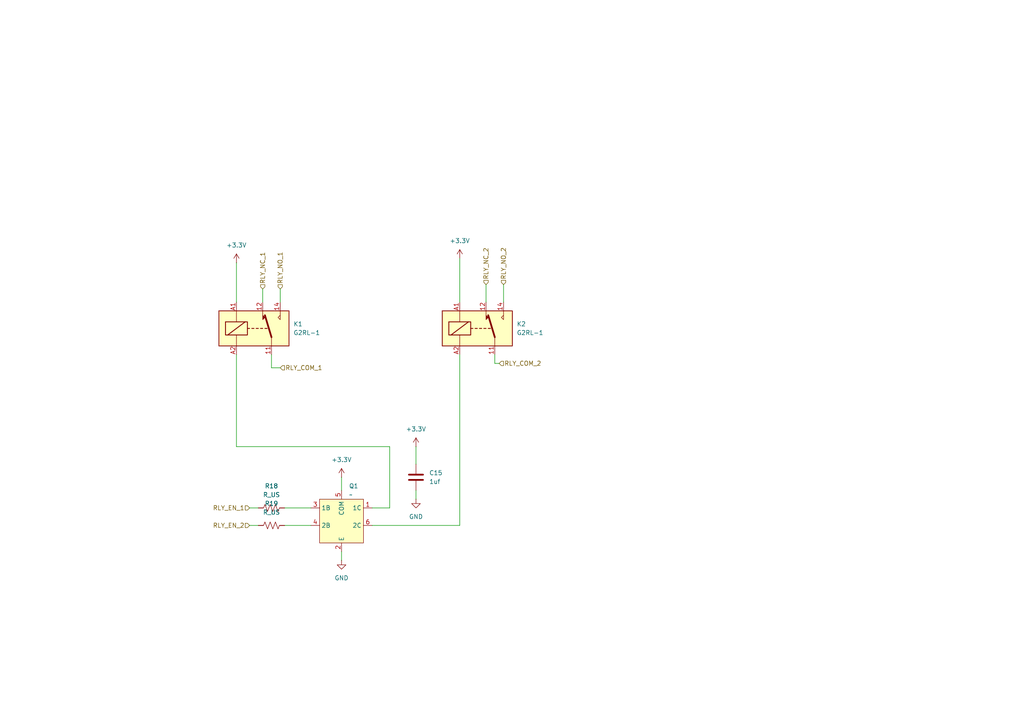
<source format=kicad_sch>
(kicad_sch
	(version 20250114)
	(generator "eeschema")
	(generator_version "9.0")
	(uuid "c5dbbfdd-168b-481a-a1b0-feb35521f3b0")
	(paper "A4")
	(lib_symbols
		(symbol "Device:C"
			(pin_numbers
				(hide yes)
			)
			(pin_names
				(offset 0.254)
			)
			(exclude_from_sim no)
			(in_bom yes)
			(on_board yes)
			(property "Reference" "C"
				(at 0.635 2.54 0)
				(effects
					(font
						(size 1.27 1.27)
					)
					(justify left)
				)
			)
			(property "Value" "C"
				(at 0.635 -2.54 0)
				(effects
					(font
						(size 1.27 1.27)
					)
					(justify left)
				)
			)
			(property "Footprint" ""
				(at 0.9652 -3.81 0)
				(effects
					(font
						(size 1.27 1.27)
					)
					(hide yes)
				)
			)
			(property "Datasheet" "~"
				(at 0 0 0)
				(effects
					(font
						(size 1.27 1.27)
					)
					(hide yes)
				)
			)
			(property "Description" "Unpolarized capacitor"
				(at 0 0 0)
				(effects
					(font
						(size 1.27 1.27)
					)
					(hide yes)
				)
			)
			(property "ki_keywords" "cap capacitor"
				(at 0 0 0)
				(effects
					(font
						(size 1.27 1.27)
					)
					(hide yes)
				)
			)
			(property "ki_fp_filters" "C_*"
				(at 0 0 0)
				(effects
					(font
						(size 1.27 1.27)
					)
					(hide yes)
				)
			)
			(symbol "C_0_1"
				(polyline
					(pts
						(xy -2.032 0.762) (xy 2.032 0.762)
					)
					(stroke
						(width 0.508)
						(type default)
					)
					(fill
						(type none)
					)
				)
				(polyline
					(pts
						(xy -2.032 -0.762) (xy 2.032 -0.762)
					)
					(stroke
						(width 0.508)
						(type default)
					)
					(fill
						(type none)
					)
				)
			)
			(symbol "C_1_1"
				(pin passive line
					(at 0 3.81 270)
					(length 2.794)
					(name "~"
						(effects
							(font
								(size 1.27 1.27)
							)
						)
					)
					(number "1"
						(effects
							(font
								(size 1.27 1.27)
							)
						)
					)
				)
				(pin passive line
					(at 0 -3.81 90)
					(length 2.794)
					(name "~"
						(effects
							(font
								(size 1.27 1.27)
							)
						)
					)
					(number "2"
						(effects
							(font
								(size 1.27 1.27)
							)
						)
					)
				)
			)
			(embedded_fonts no)
		)
		(symbol "Device:R_US"
			(pin_numbers
				(hide yes)
			)
			(pin_names
				(offset 0)
			)
			(exclude_from_sim no)
			(in_bom yes)
			(on_board yes)
			(property "Reference" "R"
				(at 2.54 0 90)
				(effects
					(font
						(size 1.27 1.27)
					)
				)
			)
			(property "Value" "R_US"
				(at -2.54 0 90)
				(effects
					(font
						(size 1.27 1.27)
					)
				)
			)
			(property "Footprint" ""
				(at 1.016 -0.254 90)
				(effects
					(font
						(size 1.27 1.27)
					)
					(hide yes)
				)
			)
			(property "Datasheet" "~"
				(at 0 0 0)
				(effects
					(font
						(size 1.27 1.27)
					)
					(hide yes)
				)
			)
			(property "Description" "Resistor, US symbol"
				(at 0 0 0)
				(effects
					(font
						(size 1.27 1.27)
					)
					(hide yes)
				)
			)
			(property "ki_keywords" "R res resistor"
				(at 0 0 0)
				(effects
					(font
						(size 1.27 1.27)
					)
					(hide yes)
				)
			)
			(property "ki_fp_filters" "R_*"
				(at 0 0 0)
				(effects
					(font
						(size 1.27 1.27)
					)
					(hide yes)
				)
			)
			(symbol "R_US_0_1"
				(polyline
					(pts
						(xy 0 2.286) (xy 0 2.54)
					)
					(stroke
						(width 0)
						(type default)
					)
					(fill
						(type none)
					)
				)
				(polyline
					(pts
						(xy 0 2.286) (xy 1.016 1.905) (xy 0 1.524) (xy -1.016 1.143) (xy 0 0.762)
					)
					(stroke
						(width 0)
						(type default)
					)
					(fill
						(type none)
					)
				)
				(polyline
					(pts
						(xy 0 0.762) (xy 1.016 0.381) (xy 0 0) (xy -1.016 -0.381) (xy 0 -0.762)
					)
					(stroke
						(width 0)
						(type default)
					)
					(fill
						(type none)
					)
				)
				(polyline
					(pts
						(xy 0 -0.762) (xy 1.016 -1.143) (xy 0 -1.524) (xy -1.016 -1.905) (xy 0 -2.286)
					)
					(stroke
						(width 0)
						(type default)
					)
					(fill
						(type none)
					)
				)
				(polyline
					(pts
						(xy 0 -2.286) (xy 0 -2.54)
					)
					(stroke
						(width 0)
						(type default)
					)
					(fill
						(type none)
					)
				)
			)
			(symbol "R_US_1_1"
				(pin passive line
					(at 0 3.81 270)
					(length 1.27)
					(name "~"
						(effects
							(font
								(size 1.27 1.27)
							)
						)
					)
					(number "1"
						(effects
							(font
								(size 1.27 1.27)
							)
						)
					)
				)
				(pin passive line
					(at 0 -3.81 90)
					(length 1.27)
					(name "~"
						(effects
							(font
								(size 1.27 1.27)
							)
						)
					)
					(number "2"
						(effects
							(font
								(size 1.27 1.27)
							)
						)
					)
				)
			)
			(embedded_fonts no)
		)
		(symbol "Relay:G2RL-1"
			(exclude_from_sim no)
			(in_bom yes)
			(on_board yes)
			(property "Reference" "K"
				(at 11.43 3.81 0)
				(effects
					(font
						(size 1.27 1.27)
					)
					(justify left)
				)
			)
			(property "Value" "G2RL-1"
				(at 11.43 1.27 0)
				(effects
					(font
						(size 1.27 1.27)
					)
					(justify left)
				)
			)
			(property "Footprint" "Relay_THT:Relay_SPDT_Omron_G2RL-1"
				(at 11.43 -1.27 0)
				(effects
					(font
						(size 1.27 1.27)
					)
					(justify left)
					(hide yes)
				)
			)
			(property "Datasheet" "https://omronfs.omron.com/en_US/ecb/products/pdf/en-g2rl.pdf"
				(at 0 0 0)
				(effects
					(font
						(size 1.27 1.27)
					)
					(hide yes)
				)
			)
			(property "Description" "General Purpose Low Profile Relay SPDT Through Hole, Omron G2RL series, 12A 250VAC"
				(at 0 0 0)
				(effects
					(font
						(size 1.27 1.27)
					)
					(hide yes)
				)
			)
			(property "ki_keywords" "Single Pole Relay SPDT Omron"
				(at 0 0 0)
				(effects
					(font
						(size 1.27 1.27)
					)
					(hide yes)
				)
			)
			(property "ki_fp_filters" "Relay?SPDT?Omron?G2RL*"
				(at 0 0 0)
				(effects
					(font
						(size 1.27 1.27)
					)
					(hide yes)
				)
			)
			(symbol "G2RL-1_0_0"
				(polyline
					(pts
						(xy 7.62 5.08) (xy 7.62 2.54) (xy 6.985 3.175) (xy 7.62 3.81)
					)
					(stroke
						(width 0)
						(type default)
					)
					(fill
						(type none)
					)
				)
			)
			(symbol "G2RL-1_0_1"
				(rectangle
					(start -10.16 5.08)
					(end 10.16 -5.08)
					(stroke
						(width 0.254)
						(type default)
					)
					(fill
						(type background)
					)
				)
				(rectangle
					(start -8.255 1.905)
					(end -1.905 -1.905)
					(stroke
						(width 0.254)
						(type default)
					)
					(fill
						(type none)
					)
				)
				(polyline
					(pts
						(xy -7.62 -1.905) (xy -2.54 1.905)
					)
					(stroke
						(width 0.254)
						(type default)
					)
					(fill
						(type none)
					)
				)
				(polyline
					(pts
						(xy -5.08 5.08) (xy -5.08 1.905)
					)
					(stroke
						(width 0)
						(type default)
					)
					(fill
						(type none)
					)
				)
				(polyline
					(pts
						(xy -5.08 -5.08) (xy -5.08 -1.905)
					)
					(stroke
						(width 0)
						(type default)
					)
					(fill
						(type none)
					)
				)
				(polyline
					(pts
						(xy -1.905 0) (xy -1.27 0)
					)
					(stroke
						(width 0.254)
						(type default)
					)
					(fill
						(type none)
					)
				)
				(polyline
					(pts
						(xy -0.635 0) (xy 0 0)
					)
					(stroke
						(width 0.254)
						(type default)
					)
					(fill
						(type none)
					)
				)
				(polyline
					(pts
						(xy 0.635 0) (xy 1.27 0)
					)
					(stroke
						(width 0.254)
						(type default)
					)
					(fill
						(type none)
					)
				)
				(polyline
					(pts
						(xy 1.905 0) (xy 2.54 0)
					)
					(stroke
						(width 0.254)
						(type default)
					)
					(fill
						(type none)
					)
				)
				(polyline
					(pts
						(xy 2.54 5.08) (xy 2.54 2.54) (xy 3.175 3.175) (xy 2.54 3.81)
					)
					(stroke
						(width 0)
						(type default)
					)
					(fill
						(type outline)
					)
				)
				(polyline
					(pts
						(xy 3.175 0) (xy 3.81 0)
					)
					(stroke
						(width 0.254)
						(type default)
					)
					(fill
						(type none)
					)
				)
				(polyline
					(pts
						(xy 5.08 -2.54) (xy 3.175 3.81)
					)
					(stroke
						(width 0.508)
						(type default)
					)
					(fill
						(type none)
					)
				)
				(polyline
					(pts
						(xy 5.08 -2.54) (xy 5.08 -5.08)
					)
					(stroke
						(width 0)
						(type default)
					)
					(fill
						(type none)
					)
				)
			)
			(symbol "G2RL-1_1_1"
				(pin passive line
					(at -5.08 7.62 270)
					(length 2.54)
					(name "~"
						(effects
							(font
								(size 1.27 1.27)
							)
						)
					)
					(number "A1"
						(effects
							(font
								(size 1.27 1.27)
							)
						)
					)
				)
				(pin passive line
					(at -5.08 -7.62 90)
					(length 2.54)
					(name "~"
						(effects
							(font
								(size 1.27 1.27)
							)
						)
					)
					(number "A2"
						(effects
							(font
								(size 1.27 1.27)
							)
						)
					)
				)
				(pin passive line
					(at 2.54 7.62 270)
					(length 2.54)
					(name "~"
						(effects
							(font
								(size 1.27 1.27)
							)
						)
					)
					(number "12"
						(effects
							(font
								(size 1.27 1.27)
							)
						)
					)
				)
				(pin passive line
					(at 5.08 -7.62 90)
					(length 2.54)
					(name "~"
						(effects
							(font
								(size 1.27 1.27)
							)
						)
					)
					(number "11"
						(effects
							(font
								(size 1.27 1.27)
							)
						)
					)
				)
				(pin passive line
					(at 7.62 7.62 270)
					(length 2.54)
					(name "~"
						(effects
							(font
								(size 1.27 1.27)
							)
						)
					)
					(number "14"
						(effects
							(font
								(size 1.27 1.27)
							)
						)
					)
				)
			)
			(embedded_fonts no)
		)
		(symbol "Riqi_Parts:LANKE LK1802"
			(exclude_from_sim no)
			(in_bom yes)
			(on_board yes)
			(property "Reference" "Q2"
				(at 5.9533 1.27 0)
				(effects
					(font
						(size 1.27 1.27)
					)
					(justify left)
				)
			)
			(property "Value" "~"
				(at 5.9533 -1.27 0)
				(effects
					(font
						(size 1.27 1.27)
					)
					(justify left)
				)
			)
			(property "Footprint" ""
				(at 0 0 0)
				(effects
					(font
						(size 1.27 1.27)
					)
					(hide yes)
				)
			)
			(property "Datasheet" ""
				(at 0 0 0)
				(effects
					(font
						(size 1.27 1.27)
					)
					(hide yes)
				)
			)
			(property "Description" ""
				(at 0 0 0)
				(effects
					(font
						(size 1.27 1.27)
					)
					(hide yes)
				)
			)
			(property "LCSC#" "C2984831"
				(at 0 0 0)
				(effects
					(font
						(size 1.27 1.27)
					)
					(hide yes)
				)
			)
			(property "ki_locked" ""
				(at 0 0 0)
				(effects
					(font
						(size 1.27 1.27)
					)
				)
			)
			(symbol "LANKE LK1802_1_1"
				(rectangle
					(start -2.54 -2.54)
					(end 10.16 -15.24)
					(stroke
						(width 0)
						(type solid)
					)
					(fill
						(type background)
					)
				)
				(pin input line
					(at -5.08 -5.08 0)
					(length 2.54)
					(name "1B"
						(effects
							(font
								(size 1.27 1.27)
							)
						)
					)
					(number "3"
						(effects
							(font
								(size 1.27 1.27)
							)
						)
					)
				)
				(pin input line
					(at -5.08 -10.16 0)
					(length 2.54)
					(name "2B"
						(effects
							(font
								(size 1.27 1.27)
							)
						)
					)
					(number "4"
						(effects
							(font
								(size 1.27 1.27)
							)
						)
					)
				)
				(pin passive line
					(at 3.81 0 270)
					(length 2.54)
					(name "COM"
						(effects
							(font
								(size 1.27 1.27)
							)
						)
					)
					(number "5"
						(effects
							(font
								(size 1.27 1.27)
							)
						)
					)
				)
				(pin passive line
					(at 3.81 -17.78 90)
					(length 2.54)
					(name "E"
						(effects
							(font
								(size 1.27 1.27)
							)
						)
					)
					(number "2"
						(effects
							(font
								(size 1.27 1.27)
							)
						)
					)
				)
				(pin open_collector line
					(at 12.7 -5.08 180)
					(length 2.54)
					(name "1C"
						(effects
							(font
								(size 1.27 1.27)
							)
						)
					)
					(number "1"
						(effects
							(font
								(size 1.27 1.27)
							)
						)
					)
				)
				(pin open_collector line
					(at 12.7 -10.16 180)
					(length 2.54)
					(name "2C"
						(effects
							(font
								(size 1.27 1.27)
							)
						)
					)
					(number "6"
						(effects
							(font
								(size 1.27 1.27)
							)
						)
					)
				)
			)
			(embedded_fonts no)
		)
		(symbol "power:+3.3V"
			(power)
			(pin_numbers
				(hide yes)
			)
			(pin_names
				(offset 0)
				(hide yes)
			)
			(exclude_from_sim no)
			(in_bom yes)
			(on_board yes)
			(property "Reference" "#PWR"
				(at 0 -3.81 0)
				(effects
					(font
						(size 1.27 1.27)
					)
					(hide yes)
				)
			)
			(property "Value" "+3.3V"
				(at 0 3.556 0)
				(effects
					(font
						(size 1.27 1.27)
					)
				)
			)
			(property "Footprint" ""
				(at 0 0 0)
				(effects
					(font
						(size 1.27 1.27)
					)
					(hide yes)
				)
			)
			(property "Datasheet" ""
				(at 0 0 0)
				(effects
					(font
						(size 1.27 1.27)
					)
					(hide yes)
				)
			)
			(property "Description" "Power symbol creates a global label with name \"+3.3V\""
				(at 0 0 0)
				(effects
					(font
						(size 1.27 1.27)
					)
					(hide yes)
				)
			)
			(property "ki_keywords" "global power"
				(at 0 0 0)
				(effects
					(font
						(size 1.27 1.27)
					)
					(hide yes)
				)
			)
			(symbol "+3.3V_0_1"
				(polyline
					(pts
						(xy -0.762 1.27) (xy 0 2.54)
					)
					(stroke
						(width 0)
						(type default)
					)
					(fill
						(type none)
					)
				)
				(polyline
					(pts
						(xy 0 2.54) (xy 0.762 1.27)
					)
					(stroke
						(width 0)
						(type default)
					)
					(fill
						(type none)
					)
				)
				(polyline
					(pts
						(xy 0 0) (xy 0 2.54)
					)
					(stroke
						(width 0)
						(type default)
					)
					(fill
						(type none)
					)
				)
			)
			(symbol "+3.3V_1_1"
				(pin power_in line
					(at 0 0 90)
					(length 0)
					(name "~"
						(effects
							(font
								(size 1.27 1.27)
							)
						)
					)
					(number "1"
						(effects
							(font
								(size 1.27 1.27)
							)
						)
					)
				)
			)
			(embedded_fonts no)
		)
		(symbol "power:GND"
			(power)
			(pin_numbers
				(hide yes)
			)
			(pin_names
				(offset 0)
				(hide yes)
			)
			(exclude_from_sim no)
			(in_bom yes)
			(on_board yes)
			(property "Reference" "#PWR"
				(at 0 -6.35 0)
				(effects
					(font
						(size 1.27 1.27)
					)
					(hide yes)
				)
			)
			(property "Value" "GND"
				(at 0 -3.81 0)
				(effects
					(font
						(size 1.27 1.27)
					)
				)
			)
			(property "Footprint" ""
				(at 0 0 0)
				(effects
					(font
						(size 1.27 1.27)
					)
					(hide yes)
				)
			)
			(property "Datasheet" ""
				(at 0 0 0)
				(effects
					(font
						(size 1.27 1.27)
					)
					(hide yes)
				)
			)
			(property "Description" "Power symbol creates a global label with name \"GND\" , ground"
				(at 0 0 0)
				(effects
					(font
						(size 1.27 1.27)
					)
					(hide yes)
				)
			)
			(property "ki_keywords" "global power"
				(at 0 0 0)
				(effects
					(font
						(size 1.27 1.27)
					)
					(hide yes)
				)
			)
			(symbol "GND_0_1"
				(polyline
					(pts
						(xy 0 0) (xy 0 -1.27) (xy 1.27 -1.27) (xy 0 -2.54) (xy -1.27 -1.27) (xy 0 -1.27)
					)
					(stroke
						(width 0)
						(type default)
					)
					(fill
						(type none)
					)
				)
			)
			(symbol "GND_1_1"
				(pin power_in line
					(at 0 0 270)
					(length 0)
					(name "~"
						(effects
							(font
								(size 1.27 1.27)
							)
						)
					)
					(number "1"
						(effects
							(font
								(size 1.27 1.27)
							)
						)
					)
				)
			)
			(embedded_fonts no)
		)
	)
	(wire
		(pts
			(xy 82.55 152.4) (xy 90.17 152.4)
		)
		(stroke
			(width 0)
			(type default)
		)
		(uuid "2112468c-c0af-46b0-a21e-1b4f5a0b27b1")
	)
	(wire
		(pts
			(xy 143.51 105.41) (xy 144.78 105.41)
		)
		(stroke
			(width 0)
			(type default)
		)
		(uuid "3fd48dfb-34da-42da-9782-a32daa6c1a4b")
	)
	(wire
		(pts
			(xy 99.06 160.02) (xy 99.06 162.56)
		)
		(stroke
			(width 0)
			(type default)
		)
		(uuid "4301ac61-bee0-4f68-8e21-00d7a816fce0")
	)
	(wire
		(pts
			(xy 99.06 138.43) (xy 99.06 142.24)
		)
		(stroke
			(width 0)
			(type default)
		)
		(uuid "493d1404-23ec-42fd-8e1f-2f3e19a4cfe6")
	)
	(wire
		(pts
			(xy 107.95 152.4) (xy 133.35 152.4)
		)
		(stroke
			(width 0)
			(type default)
		)
		(uuid "526c2179-c1c7-4803-b5d0-735b7f3def7b")
	)
	(wire
		(pts
			(xy 82.55 147.32) (xy 90.17 147.32)
		)
		(stroke
			(width 0)
			(type default)
		)
		(uuid "5406382a-cdbb-489c-acdc-e6e13fedd219")
	)
	(wire
		(pts
			(xy 107.95 147.32) (xy 113.03 147.32)
		)
		(stroke
			(width 0)
			(type default)
		)
		(uuid "59ed4dd8-a9e1-4aa9-b598-dbfac643da27")
	)
	(wire
		(pts
			(xy 143.51 102.87) (xy 143.51 105.41)
		)
		(stroke
			(width 0)
			(type default)
		)
		(uuid "69c2b32e-953e-48b9-863e-642aee02177d")
	)
	(wire
		(pts
			(xy 133.35 102.87) (xy 133.35 152.4)
		)
		(stroke
			(width 0)
			(type default)
		)
		(uuid "6aeb343a-3036-485a-bb84-57cacb683b9a")
	)
	(wire
		(pts
			(xy 140.97 82.55) (xy 140.97 87.63)
		)
		(stroke
			(width 0)
			(type default)
		)
		(uuid "92f3df2b-c3e0-4e9d-9da7-bfea890cef47")
	)
	(wire
		(pts
			(xy 72.39 152.4) (xy 74.93 152.4)
		)
		(stroke
			(width 0)
			(type default)
		)
		(uuid "9aa4da42-7734-43a7-8791-ceee9c587709")
	)
	(wire
		(pts
			(xy 68.58 102.87) (xy 68.58 129.54)
		)
		(stroke
			(width 0)
			(type default)
		)
		(uuid "9b3c0ca8-cda6-408c-ab22-67fff49efbac")
	)
	(wire
		(pts
			(xy 78.74 102.87) (xy 78.74 106.68)
		)
		(stroke
			(width 0)
			(type default)
		)
		(uuid "a3557316-089a-4c8d-b532-e96f918049b5")
	)
	(wire
		(pts
			(xy 133.35 74.93) (xy 133.35 87.63)
		)
		(stroke
			(width 0)
			(type default)
		)
		(uuid "a4cfb1aa-0286-4ed7-9e74-6b967ed94fcf")
	)
	(wire
		(pts
			(xy 120.65 129.54) (xy 120.65 134.62)
		)
		(stroke
			(width 0)
			(type default)
		)
		(uuid "a6f6363e-bffc-413a-aa9a-6c6f48834706")
	)
	(wire
		(pts
			(xy 78.74 106.68) (xy 81.28 106.68)
		)
		(stroke
			(width 0)
			(type default)
		)
		(uuid "aaabf97a-1c9e-4580-b6cf-de7233ff6711")
	)
	(wire
		(pts
			(xy 72.39 147.32) (xy 74.93 147.32)
		)
		(stroke
			(width 0)
			(type default)
		)
		(uuid "b41651d5-b3c8-40b6-b56f-7582dc2915d3")
	)
	(wire
		(pts
			(xy 113.03 129.54) (xy 68.58 129.54)
		)
		(stroke
			(width 0)
			(type default)
		)
		(uuid "bd6981e9-c072-42bb-80d4-0e66d04a5fcc")
	)
	(wire
		(pts
			(xy 120.65 142.24) (xy 120.65 144.78)
		)
		(stroke
			(width 0)
			(type default)
		)
		(uuid "c930ad2e-3cac-40d6-8482-8d29c019d180")
	)
	(wire
		(pts
			(xy 68.58 76.2) (xy 68.58 87.63)
		)
		(stroke
			(width 0)
			(type default)
		)
		(uuid "d615ea05-44df-4f97-b865-1ba88a0002d4")
	)
	(wire
		(pts
			(xy 146.05 82.55) (xy 146.05 87.63)
		)
		(stroke
			(width 0)
			(type default)
		)
		(uuid "e955147e-84cb-4c1f-84a9-ee33f49f1882")
	)
	(wire
		(pts
			(xy 81.28 83.82) (xy 81.28 87.63)
		)
		(stroke
			(width 0)
			(type default)
		)
		(uuid "ec099eca-e731-4e64-9e05-b1d647784a1b")
	)
	(wire
		(pts
			(xy 76.2 83.82) (xy 76.2 87.63)
		)
		(stroke
			(width 0)
			(type default)
		)
		(uuid "f3ad99ca-ccc8-451a-aa1c-c9de8261fc12")
	)
	(wire
		(pts
			(xy 113.03 147.32) (xy 113.03 129.54)
		)
		(stroke
			(width 0)
			(type default)
		)
		(uuid "f732b89c-5f1e-4020-8c62-a3955e3155d8")
	)
	(hierarchical_label "RLY_NO_2"
		(shape input)
		(at 146.05 82.55 90)
		(effects
			(font
				(size 1.27 1.27)
			)
			(justify left)
		)
		(uuid "08131f96-7a16-4756-b669-bbe4b72bdfba")
	)
	(hierarchical_label "RLY_COM_2"
		(shape input)
		(at 144.78 105.41 0)
		(effects
			(font
				(size 1.27 1.27)
			)
			(justify left)
		)
		(uuid "261ad91a-79d7-428f-87b2-6ab58cd7d8e0")
	)
	(hierarchical_label "RLY_COM_1"
		(shape input)
		(at 81.28 106.68 0)
		(effects
			(font
				(size 1.27 1.27)
			)
			(justify left)
		)
		(uuid "3d2e442a-827c-412a-a826-f09b87b1e894")
	)
	(hierarchical_label "RLY_NO_1"
		(shape input)
		(at 81.28 83.82 90)
		(effects
			(font
				(size 1.27 1.27)
			)
			(justify left)
		)
		(uuid "403ee62a-62f9-4f89-9387-f6b56fc18c2c")
	)
	(hierarchical_label "RLY_EN_1"
		(shape input)
		(at 72.39 147.32 180)
		(effects
			(font
				(size 1.27 1.27)
			)
			(justify right)
		)
		(uuid "433a5608-4b70-43ba-bf63-88c6053d8278")
	)
	(hierarchical_label "RLY_NC_1"
		(shape input)
		(at 76.2 83.82 90)
		(effects
			(font
				(size 1.27 1.27)
			)
			(justify left)
		)
		(uuid "7662bb3d-af79-432c-b370-0921fe6fd85a")
	)
	(hierarchical_label "RLY_NC_2"
		(shape input)
		(at 140.97 82.55 90)
		(effects
			(font
				(size 1.27 1.27)
			)
			(justify left)
		)
		(uuid "80196d96-1ec9-4c65-aded-1adda3d9fefe")
	)
	(hierarchical_label "RLY_EN_2"
		(shape input)
		(at 72.39 152.4 180)
		(effects
			(font
				(size 1.27 1.27)
			)
			(justify right)
		)
		(uuid "d5da4bd8-796c-4b24-b818-16a6e9235b50")
	)
	(symbol
		(lib_id "power:+3.3V")
		(at 68.58 76.2 0)
		(unit 1)
		(exclude_from_sim no)
		(in_bom yes)
		(on_board yes)
		(dnp no)
		(fields_autoplaced yes)
		(uuid "347fdd6d-02d1-4f26-8b02-50ce9257e0ff")
		(property "Reference" "#PWR043"
			(at 68.58 80.01 0)
			(effects
				(font
					(size 1.27 1.27)
				)
				(hide yes)
			)
		)
		(property "Value" "+3.3V"
			(at 68.58 71.12 0)
			(effects
				(font
					(size 1.27 1.27)
				)
			)
		)
		(property "Footprint" ""
			(at 68.58 76.2 0)
			(effects
				(font
					(size 1.27 1.27)
				)
				(hide yes)
			)
		)
		(property "Datasheet" ""
			(at 68.58 76.2 0)
			(effects
				(font
					(size 1.27 1.27)
				)
				(hide yes)
			)
		)
		(property "Description" "Power symbol creates a global label with name \"+3.3V\""
			(at 68.58 76.2 0)
			(effects
				(font
					(size 1.27 1.27)
				)
				(hide yes)
			)
		)
		(pin "1"
			(uuid "3a866ae5-9e3f-4eb1-b44a-63b7c0448ae2")
		)
		(instances
			(project "ZorionX-Nivara_V1.4"
				(path "/ae5c9891-8291-492e-8a61-8ac340267b67/d47eca49-96e4-4138-8979-47bb60019f67/9ab4ce65-8581-414e-970a-d59ef8bef45f"
					(reference "#PWR043")
					(unit 1)
				)
			)
		)
	)
	(symbol
		(lib_id "power:+3.3V")
		(at 133.35 74.93 0)
		(unit 1)
		(exclude_from_sim no)
		(in_bom yes)
		(on_board yes)
		(dnp no)
		(fields_autoplaced yes)
		(uuid "5755f028-19ef-4631-8b56-fa46bdb47654")
		(property "Reference" "#PWR046"
			(at 133.35 78.74 0)
			(effects
				(font
					(size 1.27 1.27)
				)
				(hide yes)
			)
		)
		(property "Value" "+3.3V"
			(at 133.35 69.85 0)
			(effects
				(font
					(size 1.27 1.27)
				)
			)
		)
		(property "Footprint" ""
			(at 133.35 74.93 0)
			(effects
				(font
					(size 1.27 1.27)
				)
				(hide yes)
			)
		)
		(property "Datasheet" ""
			(at 133.35 74.93 0)
			(effects
				(font
					(size 1.27 1.27)
				)
				(hide yes)
			)
		)
		(property "Description" "Power symbol creates a global label with name \"+3.3V\""
			(at 133.35 74.93 0)
			(effects
				(font
					(size 1.27 1.27)
				)
				(hide yes)
			)
		)
		(pin "1"
			(uuid "6f070ec0-b816-4cff-9f5f-5de1d3bc3e93")
		)
		(instances
			(project "ZorionX-Nivara_V1.4"
				(path "/ae5c9891-8291-492e-8a61-8ac340267b67/d47eca49-96e4-4138-8979-47bb60019f67/9ab4ce65-8581-414e-970a-d59ef8bef45f"
					(reference "#PWR046")
					(unit 1)
				)
			)
		)
	)
	(symbol
		(lib_id "Device:C")
		(at 120.65 138.43 0)
		(unit 1)
		(exclude_from_sim no)
		(in_bom yes)
		(on_board yes)
		(dnp no)
		(fields_autoplaced yes)
		(uuid "5c5208e6-fd34-4add-a112-373ad6f5c627")
		(property "Reference" "C15"
			(at 124.46 137.1599 0)
			(effects
				(font
					(size 1.27 1.27)
				)
				(justify left)
			)
		)
		(property "Value" "1uf"
			(at 124.46 139.6999 0)
			(effects
				(font
					(size 1.27 1.27)
				)
				(justify left)
			)
		)
		(property "Footprint" "Capacitor_SMD:C_0603_1608Metric"
			(at 121.6152 142.24 0)
			(effects
				(font
					(size 1.27 1.27)
				)
				(hide yes)
			)
		)
		(property "Datasheet" "~"
			(at 120.65 138.43 0)
			(effects
				(font
					(size 1.27 1.27)
				)
				(hide yes)
			)
		)
		(property "Description" "Unpolarized capacitor"
			(at 120.65 138.43 0)
			(effects
				(font
					(size 1.27 1.27)
				)
				(hide yes)
			)
		)
		(pin "2"
			(uuid "49079b6e-ecb2-448c-a1c2-efb3a1e50dc8")
		)
		(pin "1"
			(uuid "d1c42a7d-7af9-4443-962e-25d9eda2eb00")
		)
		(instances
			(project "ZorionX-Nivara_V1.4"
				(path "/ae5c9891-8291-492e-8a61-8ac340267b67/d47eca49-96e4-4138-8979-47bb60019f67/9ab4ce65-8581-414e-970a-d59ef8bef45f"
					(reference "C15")
					(unit 1)
				)
			)
		)
	)
	(symbol
		(lib_id "power:GND")
		(at 120.65 144.78 0)
		(unit 1)
		(exclude_from_sim no)
		(in_bom yes)
		(on_board yes)
		(dnp no)
		(fields_autoplaced yes)
		(uuid "72c5e641-d4b4-41f1-9ea8-77b97c2ca70c")
		(property "Reference" "#PWR077"
			(at 120.65 151.13 0)
			(effects
				(font
					(size 1.27 1.27)
				)
				(hide yes)
			)
		)
		(property "Value" "GND"
			(at 120.65 149.86 0)
			(effects
				(font
					(size 1.27 1.27)
				)
			)
		)
		(property "Footprint" ""
			(at 120.65 144.78 0)
			(effects
				(font
					(size 1.27 1.27)
				)
				(hide yes)
			)
		)
		(property "Datasheet" ""
			(at 120.65 144.78 0)
			(effects
				(font
					(size 1.27 1.27)
				)
				(hide yes)
			)
		)
		(property "Description" "Power symbol creates a global label with name \"GND\" , ground"
			(at 120.65 144.78 0)
			(effects
				(font
					(size 1.27 1.27)
				)
				(hide yes)
			)
		)
		(pin "1"
			(uuid "fa4ece86-f1e0-4f76-974d-3d10d4ee3665")
		)
		(instances
			(project "ZorionX-Nivara_V1.4"
				(path "/ae5c9891-8291-492e-8a61-8ac340267b67/d47eca49-96e4-4138-8979-47bb60019f67/9ab4ce65-8581-414e-970a-d59ef8bef45f"
					(reference "#PWR077")
					(unit 1)
				)
			)
		)
	)
	(symbol
		(lib_id "power:+3.3V")
		(at 120.65 129.54 0)
		(unit 1)
		(exclude_from_sim no)
		(in_bom yes)
		(on_board yes)
		(dnp no)
		(fields_autoplaced yes)
		(uuid "7e52f49a-24e6-4031-8212-a9835c085699")
		(property "Reference" "#PWR078"
			(at 120.65 133.35 0)
			(effects
				(font
					(size 1.27 1.27)
				)
				(hide yes)
			)
		)
		(property "Value" "+3.3V"
			(at 120.65 124.46 0)
			(effects
				(font
					(size 1.27 1.27)
				)
			)
		)
		(property "Footprint" ""
			(at 120.65 129.54 0)
			(effects
				(font
					(size 1.27 1.27)
				)
				(hide yes)
			)
		)
		(property "Datasheet" ""
			(at 120.65 129.54 0)
			(effects
				(font
					(size 1.27 1.27)
				)
				(hide yes)
			)
		)
		(property "Description" "Power symbol creates a global label with name \"+3.3V\""
			(at 120.65 129.54 0)
			(effects
				(font
					(size 1.27 1.27)
				)
				(hide yes)
			)
		)
		(pin "1"
			(uuid "7d25c459-bd7d-4c17-b872-237b4f3fa172")
		)
		(instances
			(project "ZorionX-Nivara_V1.4"
				(path "/ae5c9891-8291-492e-8a61-8ac340267b67/d47eca49-96e4-4138-8979-47bb60019f67/9ab4ce65-8581-414e-970a-d59ef8bef45f"
					(reference "#PWR078")
					(unit 1)
				)
			)
		)
	)
	(symbol
		(lib_id "Riqi_Parts:LANKE LK1802")
		(at 95.25 142.24 0)
		(unit 1)
		(exclude_from_sim no)
		(in_bom yes)
		(on_board yes)
		(dnp no)
		(fields_autoplaced yes)
		(uuid "91a3940d-12c0-487a-a3be-50778c8c669f")
		(property "Reference" "Q1"
			(at 101.2033 140.97 0)
			(effects
				(font
					(size 1.27 1.27)
				)
				(justify left)
			)
		)
		(property "Value" "~"
			(at 101.2033 143.51 0)
			(effects
				(font
					(size 1.27 1.27)
				)
				(justify left)
			)
		)
		(property "Footprint" "Package_TO_SOT_SMD:TSOT-23-6"
			(at 95.25 142.24 0)
			(effects
				(font
					(size 1.27 1.27)
				)
				(hide yes)
			)
		)
		(property "Datasheet" ""
			(at 95.25 142.24 0)
			(effects
				(font
					(size 1.27 1.27)
				)
				(hide yes)
			)
		)
		(property "Description" ""
			(at 95.25 142.24 0)
			(effects
				(font
					(size 1.27 1.27)
				)
				(hide yes)
			)
		)
		(property "LCSC#" "C2984831"
			(at 95.25 142.24 0)
			(effects
				(font
					(size 1.27 1.27)
				)
				(hide yes)
			)
		)
		(pin "4"
			(uuid "7e17b648-965e-429d-aa7b-e51f6e82bf32")
		)
		(pin "5"
			(uuid "b24e93ce-6c87-4bc9-b0ee-3c47214111af")
		)
		(pin "2"
			(uuid "15893fbb-4355-4f49-8550-f388bfeb07fd")
		)
		(pin "1"
			(uuid "39581bde-5a39-4444-9126-a77af5af147e")
		)
		(pin "6"
			(uuid "9a803033-a328-4da6-a467-918f88589c1e")
		)
		(pin "3"
			(uuid "28278381-4638-4834-98f0-0c6bf00ebfa9")
		)
		(instances
			(project "ZorionX-Nivara_V1.4"
				(path "/ae5c9891-8291-492e-8a61-8ac340267b67/d47eca49-96e4-4138-8979-47bb60019f67/9ab4ce65-8581-414e-970a-d59ef8bef45f"
					(reference "Q1")
					(unit 1)
				)
			)
		)
	)
	(symbol
		(lib_id "Device:R_US")
		(at 78.74 152.4 90)
		(unit 1)
		(exclude_from_sim no)
		(in_bom yes)
		(on_board yes)
		(dnp no)
		(fields_autoplaced yes)
		(uuid "b4740bb1-0f5b-4f1f-b40e-e393317d721d")
		(property "Reference" "R19"
			(at 78.74 146.05 90)
			(effects
				(font
					(size 1.27 1.27)
				)
			)
		)
		(property "Value" "R_US"
			(at 78.74 148.59 90)
			(effects
				(font
					(size 1.27 1.27)
				)
			)
		)
		(property "Footprint" "Resistor_SMD:R_0603_1608Metric"
			(at 78.994 151.384 90)
			(effects
				(font
					(size 1.27 1.27)
				)
				(hide yes)
			)
		)
		(property "Datasheet" "~"
			(at 78.74 152.4 0)
			(effects
				(font
					(size 1.27 1.27)
				)
				(hide yes)
			)
		)
		(property "Description" "Resistor, US symbol"
			(at 78.74 152.4 0)
			(effects
				(font
					(size 1.27 1.27)
				)
				(hide yes)
			)
		)
		(pin "1"
			(uuid "d8229e0c-10fe-4893-b409-adaa64286ac7")
		)
		(pin "2"
			(uuid "8490d262-b461-490c-9571-ebd850e56b44")
		)
		(instances
			(project "ZorionX-Nivara"
				(path "/ae5c9891-8291-492e-8a61-8ac340267b67/d47eca49-96e4-4138-8979-47bb60019f67/9ab4ce65-8581-414e-970a-d59ef8bef45f"
					(reference "R19")
					(unit 1)
				)
			)
		)
	)
	(symbol
		(lib_id "power:+3.3V")
		(at 99.06 138.43 0)
		(unit 1)
		(exclude_from_sim no)
		(in_bom yes)
		(on_board yes)
		(dnp no)
		(fields_autoplaced yes)
		(uuid "d961e7b7-7dc0-4010-a7ce-1b299ec84704")
		(property "Reference" "#PWR044"
			(at 99.06 142.24 0)
			(effects
				(font
					(size 1.27 1.27)
				)
				(hide yes)
			)
		)
		(property "Value" "+3.3V"
			(at 99.06 133.35 0)
			(effects
				(font
					(size 1.27 1.27)
				)
			)
		)
		(property "Footprint" ""
			(at 99.06 138.43 0)
			(effects
				(font
					(size 1.27 1.27)
				)
				(hide yes)
			)
		)
		(property "Datasheet" ""
			(at 99.06 138.43 0)
			(effects
				(font
					(size 1.27 1.27)
				)
				(hide yes)
			)
		)
		(property "Description" "Power symbol creates a global label with name \"+3.3V\""
			(at 99.06 138.43 0)
			(effects
				(font
					(size 1.27 1.27)
				)
				(hide yes)
			)
		)
		(pin "1"
			(uuid "93d70e23-cc0d-4711-9d83-435d447c8114")
		)
		(instances
			(project "ZorionX-Nivara_V1.4"
				(path "/ae5c9891-8291-492e-8a61-8ac340267b67/d47eca49-96e4-4138-8979-47bb60019f67/9ab4ce65-8581-414e-970a-d59ef8bef45f"
					(reference "#PWR044")
					(unit 1)
				)
			)
		)
	)
	(symbol
		(lib_id "power:GND")
		(at 99.06 162.56 0)
		(unit 1)
		(exclude_from_sim no)
		(in_bom yes)
		(on_board yes)
		(dnp no)
		(fields_autoplaced yes)
		(uuid "e24a95bd-e29a-4356-a7f0-680d957a3d6e")
		(property "Reference" "#PWR045"
			(at 99.06 168.91 0)
			(effects
				(font
					(size 1.27 1.27)
				)
				(hide yes)
			)
		)
		(property "Value" "GND"
			(at 99.06 167.64 0)
			(effects
				(font
					(size 1.27 1.27)
				)
			)
		)
		(property "Footprint" ""
			(at 99.06 162.56 0)
			(effects
				(font
					(size 1.27 1.27)
				)
				(hide yes)
			)
		)
		(property "Datasheet" ""
			(at 99.06 162.56 0)
			(effects
				(font
					(size 1.27 1.27)
				)
				(hide yes)
			)
		)
		(property "Description" "Power symbol creates a global label with name \"GND\" , ground"
			(at 99.06 162.56 0)
			(effects
				(font
					(size 1.27 1.27)
				)
				(hide yes)
			)
		)
		(pin "1"
			(uuid "5036eb4f-cb47-44c8-a92d-2686ba10a9f5")
		)
		(instances
			(project "ZorionX-Nivara_V1.4"
				(path "/ae5c9891-8291-492e-8a61-8ac340267b67/d47eca49-96e4-4138-8979-47bb60019f67/9ab4ce65-8581-414e-970a-d59ef8bef45f"
					(reference "#PWR045")
					(unit 1)
				)
			)
		)
	)
	(symbol
		(lib_id "Relay:G2RL-1")
		(at 138.43 95.25 0)
		(unit 1)
		(exclude_from_sim no)
		(in_bom yes)
		(on_board yes)
		(dnp no)
		(fields_autoplaced yes)
		(uuid "eb9806e0-b922-423a-be6a-331d69b6bba8")
		(property "Reference" "K2"
			(at 149.86 93.9799 0)
			(effects
				(font
					(size 1.27 1.27)
				)
				(justify left)
			)
		)
		(property "Value" "G2RL-1"
			(at 149.86 96.5199 0)
			(effects
				(font
					(size 1.27 1.27)
				)
				(justify left)
			)
		)
		(property "Footprint" "Relay_THT:Relay_SPDT_Omron_G2RL-1"
			(at 149.86 96.52 0)
			(effects
				(font
					(size 1.27 1.27)
				)
				(justify left)
				(hide yes)
			)
		)
		(property "Datasheet" "https://omronfs.omron.com/en_US/ecb/products/pdf/en-g2rl.pdf"
			(at 138.43 95.25 0)
			(effects
				(font
					(size 1.27 1.27)
				)
				(hide yes)
			)
		)
		(property "Description" "General Purpose Low Profile Relay SPDT Through Hole, Omron G2RL series, 12A 250VAC"
			(at 138.43 95.25 0)
			(effects
				(font
					(size 1.27 1.27)
				)
				(hide yes)
			)
		)
		(pin "A1"
			(uuid "caba3aeb-288d-4e03-8d70-a90e1e932795")
		)
		(pin "11"
			(uuid "5e63fbfb-71e2-4dc3-9497-b08bc394adef")
		)
		(pin "14"
			(uuid "3c46f539-a9de-4b85-a8c8-e79c1b835800")
		)
		(pin "12"
			(uuid "19bbd1b2-ab53-46a4-933e-d1c2f4bf0951")
		)
		(pin "A2"
			(uuid "8bfbb33a-9a22-45bf-8409-083029d1b6d8")
		)
		(instances
			(project "ZorionX-Nivara"
				(path "/ae5c9891-8291-492e-8a61-8ac340267b67/d47eca49-96e4-4138-8979-47bb60019f67/9ab4ce65-8581-414e-970a-d59ef8bef45f"
					(reference "K2")
					(unit 1)
				)
			)
		)
	)
	(symbol
		(lib_id "Relay:G2RL-1")
		(at 73.66 95.25 0)
		(unit 1)
		(exclude_from_sim no)
		(in_bom yes)
		(on_board yes)
		(dnp no)
		(fields_autoplaced yes)
		(uuid "f3121be7-60a0-4a8d-893a-eb1668075199")
		(property "Reference" "K1"
			(at 85.09 93.9799 0)
			(effects
				(font
					(size 1.27 1.27)
				)
				(justify left)
			)
		)
		(property "Value" "G2RL-1"
			(at 85.09 96.5199 0)
			(effects
				(font
					(size 1.27 1.27)
				)
				(justify left)
			)
		)
		(property "Footprint" "Relay_THT:Relay_SPDT_Omron_G2RL-1"
			(at 85.09 96.52 0)
			(effects
				(font
					(size 1.27 1.27)
				)
				(justify left)
				(hide yes)
			)
		)
		(property "Datasheet" "https://omronfs.omron.com/en_US/ecb/products/pdf/en-g2rl.pdf"
			(at 73.66 95.25 0)
			(effects
				(font
					(size 1.27 1.27)
				)
				(hide yes)
			)
		)
		(property "Description" "General Purpose Low Profile Relay SPDT Through Hole, Omron G2RL series, 12A 250VAC"
			(at 73.66 95.25 0)
			(effects
				(font
					(size 1.27 1.27)
				)
				(hide yes)
			)
		)
		(pin "11"
			(uuid "7e1bac1c-e000-4c88-9cb0-fec121f515aa")
		)
		(pin "12"
			(uuid "73fa76a2-7834-491b-be81-a993c7872fc5")
		)
		(pin "A1"
			(uuid "0dd4625e-1f16-4afc-a670-21f1e1d89697")
		)
		(pin "A2"
			(uuid "cd090ed8-3a9c-4620-86a1-8975acde6ae9")
		)
		(pin "14"
			(uuid "926866cf-4a85-4439-8d57-0f371cda5ff3")
		)
		(instances
			(project "ZorionX-Nivara"
				(path "/ae5c9891-8291-492e-8a61-8ac340267b67/d47eca49-96e4-4138-8979-47bb60019f67/9ab4ce65-8581-414e-970a-d59ef8bef45f"
					(reference "K1")
					(unit 1)
				)
			)
		)
	)
	(symbol
		(lib_id "Device:R_US")
		(at 78.74 147.32 90)
		(unit 1)
		(exclude_from_sim no)
		(in_bom yes)
		(on_board yes)
		(dnp no)
		(fields_autoplaced yes)
		(uuid "fc5db63d-a8a4-4605-8284-e2dc5cc3e2ce")
		(property "Reference" "R18"
			(at 78.74 140.97 90)
			(effects
				(font
					(size 1.27 1.27)
				)
			)
		)
		(property "Value" "R_US"
			(at 78.74 143.51 90)
			(effects
				(font
					(size 1.27 1.27)
				)
			)
		)
		(property "Footprint" "Resistor_SMD:R_0603_1608Metric"
			(at 78.994 146.304 90)
			(effects
				(font
					(size 1.27 1.27)
				)
				(hide yes)
			)
		)
		(property "Datasheet" "~"
			(at 78.74 147.32 0)
			(effects
				(font
					(size 1.27 1.27)
				)
				(hide yes)
			)
		)
		(property "Description" "Resistor, US symbol"
			(at 78.74 147.32 0)
			(effects
				(font
					(size 1.27 1.27)
				)
				(hide yes)
			)
		)
		(pin "1"
			(uuid "4e1c830c-f427-4d88-a782-a0f94b6e093d")
		)
		(pin "2"
			(uuid "3a4c2caf-8e40-4236-a5f8-5a8fc10d7d73")
		)
		(instances
			(project "ZorionX-Nivara"
				(path "/ae5c9891-8291-492e-8a61-8ac340267b67/d47eca49-96e4-4138-8979-47bb60019f67/9ab4ce65-8581-414e-970a-d59ef8bef45f"
					(reference "R18")
					(unit 1)
				)
			)
		)
	)
)

</source>
